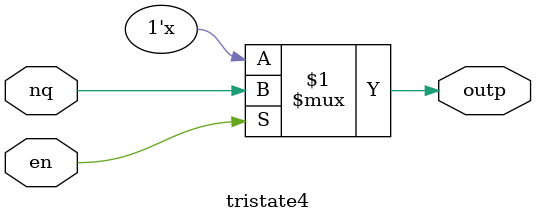
<source format=v>
`timescale 1ps / 1ps

module bitcell0 (
    input sel,      // Select signal
    input rw,       // Read/Write signal
    input inp,      // Input data
    output outp     // Output data
);
    wire w2, r, s, ninp, q, nq, nrw, en;

    not(ninp, inp);
    nand(w2, sel, rw);
    or(r, w2, inp);
    or(s, w2, ninp);
    nand(q, r, nq);
    nand(nq, s, q);

    // Tristate logic
    not(nrw, rw);
    and(en, nrw, sel);

    // Built-in tristate buffer
	tristate2 tristate2(
		          .nq(nq),
				  .en(en),
				  .outp(outp));
endmodule
		
		
module tristate4 (nq, en, outp);
    input   nq, en;
    output  outp;
    tri     outp;
    bufif1  b1(outp, nq, en);
endmodule

</source>
